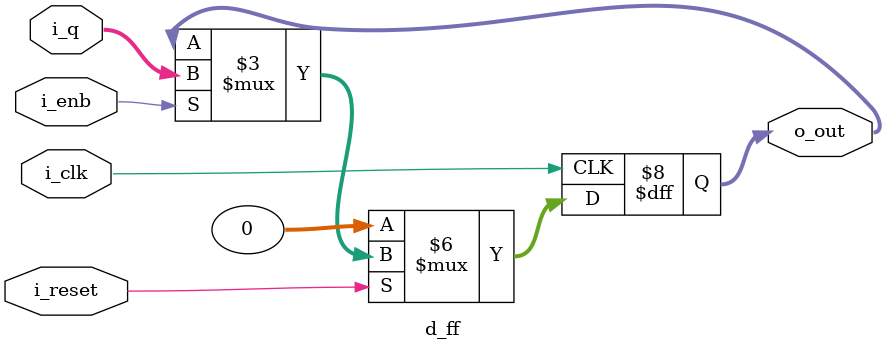
<source format=sv>
module d_ff #(
    parameter int DATA_WIDTH = 32
)(
    input  wire                 i_clk,
    input  wire                 i_reset,
    input  wire                 i_enb,
    input  reg [DATA_WIDTH-1:0] i_q,
    output reg [DATA_WIDTH-1:0] o_out
);

  always_ff @( posedge i_clk) begin
    if(~i_reset) begin
        o_out <= 32'b0;
    end else if (i_enb) begin
        o_out <= i_q;
    end
  end

endmodule

// học cách dfng typedef struct

</source>
